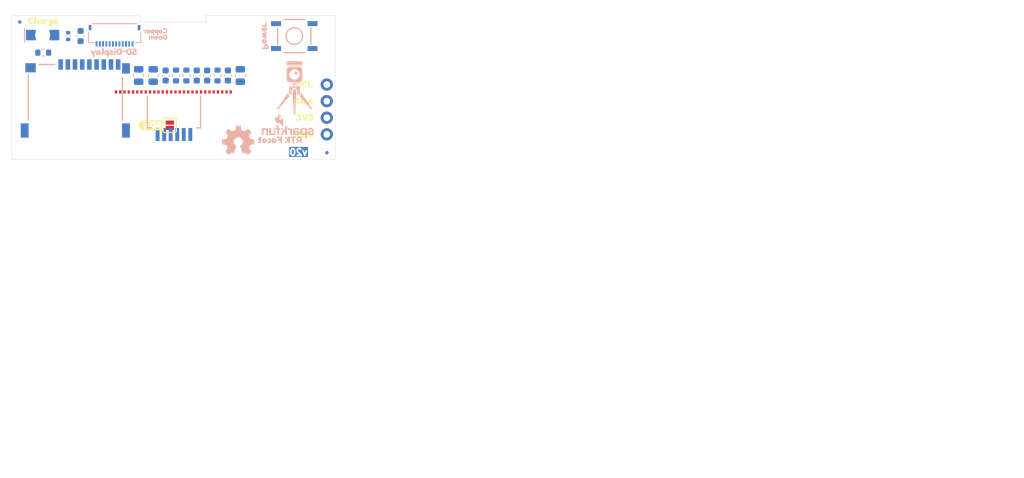
<source format=kicad_pcb>
(kicad_pcb (version 20240108) (generator "pcbnew") (generator_version "8.0")
  (layers (0 "F.Cu" signal) (31 "B.Cu" signal) (34 "B.Paste" user) (35 "F.Paste" user) (36 "B.SilkS" user "B.Silkscreen") (37 "F.SilkS" user "F.Silkscreen") (38 "B.Mask" user) (39 "F.Mask" user) (44 "Edge.Cuts" user))
  (net 0 "")
  (net 1 "GND")
  (net 5 "3.3V")
  (net 7 "VUSB")
  (net 8 "RESET")
  (net 9 "CHARGE_LED")
  (net 10 "POWER_BTN")
  (net 11 "SD_SCK")
  (net 12 "SD_COPI")
  (net 13 "SD_~{CS}")
  (net 14 "SD_CIPO")
  (net 15 "ESP_21{slash}SDA")
  (net 16 "ESP_22{slash}SCL")
  (net 17 "D{slash}C")
  (net 18 "Net-(D1-A)")
  (net 22 "Net-(U1-VCC)")
  (net 23 "Net-(U1-C1P)")
  (net 24 "Net-(U1-C1N)")
  (net 25 "Net-(U1-C2P)")
  (net 26 "Net-(U1-C2N)")
  (net 27 "Net-(U1-VCOMH)")
  (net 28 "Net-(U1-IREF)")
  (footprint "kibuzzard-66E8FA52" (layer "F.Cu") (at 128.5875 94.9325)
    (property "Reference" "kibuzzard-66E8FA52" (hide yes))
    (property "Value" "G***" (hide yes))
  )
  (footprint "kibuzzard-66E8FB47" (layer "F.Cu") (at 145.0975 110.8075)
    (property "Reference" "kibuzzard-66E8FB47" (hide yes))
    (property "Value" "G***" (hide yes))
  )
  (footprint "kibuzzard-66E8FA75" (layer "F.Cu") (at 168.616792 107.075552)
    (property "Reference" "kibuzzard-66E8FA75" (hide yes))
    (property "Value" "G***" (hide yes))
  )
  (footprint "SparkFun-Aesthetic:Creative_Commons_License" (layer "F.Cu") (at 231.775 163.195)
    (property "Reference" "G2" (hide yes))
    (property "Value" "OSHW_Logo" (hide yes))
  )
  (footprint "kibuzzard-66E8FA7A" (layer "F.Cu") (at 168.616792 104.535552)
    (property "Reference" "kibuzzard-66E8FA7A" (hide yes))
    (property "Value" "G***" (hide yes))
  )
  (footprint "SparkFun-Jumper:Jumper_2_NO" (layer "F.Cu") (at 147.955 110.8075 90)
    (property "Reference" "JP3")
    (property "Value" "~")
    (pad "1" smd rect (at -0.4064 0 90) (size 0.635 1.27) (layers "F.Cu" "F.Mask") (net 1 "GND"))
    (pad "2" smd rect (at 0.4064 0 90) (size 0.635 1.27) (layers "F.Cu" "F.Mask") (net 17 "D{slash}C"))
  )
  (footprint "SparkFun-Display:OLED_0.66-SMD" (layer "F.Cu") (at 148.5011 106.3036)
    (property "Reference" "U1")
    (property "Value" "OLED_0.66\"")
    (pad "" np_thru_hole circle (at -8.375 3.4) (size 0.8 0.8) (drill 0.8) (layers "*.Cu" "*.Mask"))
    (pad "" np_thru_hole circle (at 8.375 3.4) (size 0.8 0.8) (drill 0.8) (layers "*.Cu" "*.Mask"))
    (pad "1" smd rect (at -8.775 -0.6) (size 0.35 0.5) (layers "F.Cu" "F.Paste" "F.Mask") (net 1 "GND"))
    (pad "2" smd rect (at -8.125 -0.6) (size 0.35 0.5) (layers "F.Cu" "F.Paste" "F.Mask") (net 25 "Net-(U1-C2P)"))
    (pad "3" smd rect (at -7.475 -0.6) (size 0.35 0.5) (layers "F.Cu" "F.Paste" "F.Mask") (net 26 "Net-(U1-C2N)"))
    (pad "4" smd rect (at -6.825 -0.6) (size 0.35 0.5) (layers "F.Cu" "F.Paste" "F.Mask") (net 23 "Net-(U1-C1P)"))
    (pad "5" smd rect (at -6.175 -0.6) (size 0.35 0.5) (layers "F.Cu" "F.Paste" "F.Mask") (net 24 "Net-(U1-C1N)"))
    (pad "6" smd rect (at -5.525 -0.6) (size 0.35 0.5) (layers "F.Cu" "F.Paste" "F.Mask") (net 5 "3.3V"))
    (pad "7" smd rect (at -4.875 -0.6) (size 0.35 0.5) (layers "F.Cu" "F.Paste" "F.Mask") (net 1 "GND"))
    (pad "8" smd rect (at -4.225 -0.6) (size 0.35 0.5) (layers "F.Cu" "F.Paste" "F.Mask") (net 5 "3.3V"))
    (pad "9" smd rect (at -3.575 -0.6) (size 0.35 0.5) (layers "F.Cu" "F.Paste" "F.Mask") (net 5 "3.3V"))
    (pad "10" smd rect (at -2.925 -0.6) (size 0.35 0.5) (layers "F.Cu" "F.Paste" "F.Mask") (net 1 "GND"))
    (pad "11" smd rect (at -2.275 -0.6) (size 0.35 0.5) (layers "F.Cu" "F.Paste" "F.Mask"))
    (pad "12" smd rect (at -1.625 -0.6) (size 0.35 0.5) (layers "F.Cu" "F.Paste" "F.Mask"))
    (pad "13" smd rect (at -0.975 -0.6) (size 0.35 0.5) (layers "F.Cu" "F.Paste" "F.Mask"))
    (pad "14" smd rect (at -0.325 -0.6) (size 0.35 0.5) (layers "F.Cu" "F.Paste" "F.Mask"))
    (pad "15" smd rect (at 0.325 -0.6) (size 0.35 0.5) (layers "F.Cu" "F.Paste" "F.Mask"))
    (pad "16" smd rect (at 0.975 -0.6) (size 0.35 0.5) (layers "F.Cu" "F.Paste" "F.Mask") (net 16 "ESP_22{slash}SCL"))
    (pad "17" smd rect (at 1.625 -0.6) (size 0.35 0.5) (layers "F.Cu" "F.Paste" "F.Mask") (net 15 "ESP_21{slash}SDA"))
    (pad "18" smd rect (at 2.275 -0.6) (size 0.35 0.5) (layers "F.Cu" "F.Paste" "F.Mask") (net 15 "ESP_21{slash}SDA"))
    (pad "19" smd rect (at 2.925 -0.6) (size 0.35 0.5) (layers "F.Cu" "F.Paste" "F.Mask"))
    (pad "20" smd rect (at 3.575 -0.6) (size 0.35 0.5) (layers "F.Cu" "F.Paste" "F.Mask"))
    (pad "21" smd rect (at 4.225 -0.6) (size 0.35 0.5) (layers "F.Cu" "F.Paste" "F.Mask"))
    (pad "22" smd rect (at 4.875 -0.6) (size 0.35 0.5) (layers "F.Cu" "F.Paste" "F.Mask"))
    (pad "23" smd rect (at 5.525 -0.6) (size 0.35 0.5) (layers "F.Cu" "F.Paste" "F.Mask"))
    (pad "24" smd rect (at 6.175 -0.6) (size 0.35 0.5) (layers "F.Cu" "F.Paste" "F.Mask") (net 28 "Net-(U1-IREF)"))
    (pad "25" smd rect (at 6.825 -0.6) (size 0.35 0.5) (layers "F.Cu" "F.Paste" "F.Mask") (net 27 "Net-(U1-VCOMH)"))
    (pad "26" smd rect (at 7.475 -0.6) (size 0.35 0.5) (layers "F.Cu" "F.Paste" "F.Mask") (net 22 "Net-(U1-VCC)"))
    (pad "27" smd rect (at 8.125 -0.6) (size 0.35 0.5) (layers "F.Cu" "F.Paste" "F.Mask") (net 1 "GND"))
    (pad "28" smd rect (at 8.775 -0.6) (size 0.35 0.5) (layers "F.Cu" "F.Paste" "F.Mask") (net 1 "GND"))
  )
  (footprint "kibuzzard-66E8FA6A" (layer "F.Cu") (at 168.616792 112.155552)
    (property "Reference" "kibuzzard-66E8FA6A" (hide yes))
    (property "Value" "G***" (hide yes))
  )
  (footprint "kibuzzard-66E8FA6F" (layer "F.Cu") (at 168.616792 109.615552)
    (property "Reference" "kibuzzard-66E8FA6F" (hide yes))
    (property "Value" "G***" (hide yes))
  )
  (footprint "SparkFun-Aesthetic:Fiducial_0.5mm_Mask1mm" (layer "F.Cu") (at 172.0011 115.0036)
    (property "Reference" "FID1")
    (property "Value" "Fiducial_0.5mm")
    (pad "" smd circle (at 0 0) (size 0.5 0.5) (layers "F.Cu" "F.Mask") (clearance 0.25))
  )
  (footprint "SparkFun-Aesthetic:Fiducial_0.5mm_Mask1mm" (layer "F.Cu") (at 125.0011 95.0036)
    (property "Reference" "FID2")
    (property "Value" "Fiducial_0.5mm")
    (pad "" smd circle (at 0 0) (size 0.5 0.5) (layers "F.Cu" "F.Mask") (clearance 0.25))
  )
  (footprint "SparkFun-Aesthetic:Fiducial_0.5mm_Mask1mm" (layer "B.Cu") (at 125.0011 95.0036 180)
    (property "Reference" "FID3")
    (property "Value" "Fiducial_0.5mm")
    (pad "" smd circle (at 0 0 180) (size 0.5 0.5) (layers "B.Cu" "B.Mask") (clearance 0.25))
  )
  (footprint "kibuzzard-66E8FA21" (layer "B.Cu") (at 162.56 97.155 90)
    (property "Reference" "kibuzzard-66E8FA21" (hide yes))
    (property "Value" "G***" (hide yes))
  )
  (footprint "SparkFun-Resistor:R_0603_1608Metric" (layer "B.Cu") (at 155.2575 103.1875 90)
    (property "Reference" "R1")
    (property "Value" "390k")
    (pad "1" smd roundrect (at -0.825 0 90) (size 0.8 0.95) (layers "B.Cu" "B.Paste" "B.Mask") (net 28 "Net-(U1-IREF)"))
    (pad "2" smd roundrect (at 0.825 0 90) (size 0.8 0.95) (layers "B.Cu" "B.Paste" "B.Mask") (net 1 "GND"))
  )
  (footprint "SparkFun-Connector:1x04" (layer "B.Cu") (at 171.9811 112.1936 90)
    (property "Reference" "J3")
    (property "Value" "I2C")
    (pad "1" thru_hole circle (at 0 0) (size 1.8796 1.8796) (drill 1.016) (layers "*.Cu" "*.Mask") (net 1 "GND"))
    (pad "2" thru_hole circle (at 2.54 0) (size 1.8796 1.8796) (drill 1.016) (layers "*.Cu" "*.Mask") (net 5 "3.3V"))
    (pad "3" thru_hole circle (at 5.08 0) (size 1.8796 1.8796) (drill 1.016) (layers "*.Cu" "*.Mask") (net 15 "ESP_21{slash}SDA"))
    (pad "4" thru_hole circle (at 7.62 0) (size 1.8796 1.8796) (drill 1.016) (layers "*.Cu" "*.Mask") (net 16 "ESP_22{slash}SCL"))
  )
  (footprint "SparkFun-Connector:FPC_1.0mm-6_LIF" (layer "B.Cu") (at 148.59 109.22)
    (property "Reference" "J4")
    (property "Value" "Conn_01x06_FPC_1.0mm")
    (pad "1" smd rect (at -2.5 3 270) (size 2 0.6) (layers "B.Cu" "B.Paste" "B.Mask") (net 7 "VUSB"))
    (pad "2" smd rect (at -1.5 3 270) (size 2 0.6) (layers "B.Cu" "B.Paste" "B.Mask") (net 9 "CHARGE_LED"))
    (pad "3" smd rect (at -0.5 3 270) (size 2 0.6) (layers "B.Cu" "B.Paste" "B.Mask"))
    (pad "4" smd rect (at 0.5 3 270) (size 2 0.6) (layers "B.Cu" "B.Paste" "B.Mask"))
    (pad "5" smd rect (at 1.5 3 270) (size 2 0.6) (layers "B.Cu" "B.Paste" "B.Mask") (net 10 "POWER_BTN"))
    (pad "6" smd rect (at 2.5 3 270) (size 2 0.6) (layers "B.Cu" "B.Paste" "B.Mask") (net 1 "GND"))
  )
  (footprint "SparkFun-Capacitor:C_0603_1608Metric" (layer "B.Cu") (at 152.0825 103.1875 90)
    (property "Reference" "C7")
    (property "Value" "1.0uF")
    (pad "1" smd roundrect (at -0.775 0 90) (size 0.9 0.95) (layers "B.Cu" "B.Paste" "B.Mask") (net 8 "RESET"))
    (pad "2" smd roundrect (at 0.775 0 90) (size 0.9 0.95) (layers "B.Cu" "B.Paste" "B.Mask") (net 1 "GND"))
  )
  (footprint "SparkFun-Aesthetic:Fiducial_0.5mm_Mask1mm" (layer "B.Cu") (at 172.0011 115.0036 180)
    (property "Reference" "FID4")
    (property "Value" "Fiducial_0.5mm")
    (pad "" smd circle (at 0 0 180) (size 0.5 0.5) (layers "B.Cu" "B.Mask") (clearance 0.25))
  )
  (footprint "SparkFun-Aesthetic:SparkFun_RTK_20mm" (layer "B.Cu") (at 167.005 106.045 180)
    (property "Reference" "Ref**" (hide yes))
    (property "Value" "Val**" (hide yes))
  )
  (footprint "SparkFun-Capacitor:C_0603_1608Metric" (layer "B.Cu") (at 134.3025 97.155 90)
    (property "Reference" "C16")
    (property "Value" "0.1uF")
    (pad "1" smd roundrect (at -0.775 0 90) (size 0.9 0.95) (layers "B.Cu" "B.Paste" "B.Mask") (net 5 "3.3V"))
    (pad "2" smd roundrect (at 0.775 0 90) (size 0.9 0.95) (layers "B.Cu" "B.Paste" "B.Mask") (net 1 "GND"))
  )
  (footprint "SparkFun-Connector:FPC_0.5mm-12" (layer "B.Cu") (at 139.5011 97.0036)
    (property "Reference" "J1")
    (property "Value" "Conn_01x12_FPC_0.5mm")
    (pad "1" smd rect (at -2.75 1.35) (size 0.3 0.8) (layers "B.Cu" "B.Paste" "B.Mask") (net 1 "GND"))
    (pad "2" smd rect (at -2.25 1.35) (size 0.3 0.8) (layers "B.Cu" "B.Paste" "B.Mask") (net 10 "POWER_BTN"))
    (pad "3" smd rect (at -1.75 1.35) (size 0.3 0.8) (layers "B.Cu" "B.Paste" "B.Mask") (net 5 "3.3V"))
    (pad "4" smd rect (at -1.25 1.35) (size 0.3 0.8) (layers "B.Cu" "B.Paste" "B.Mask") (net 5 "3.3V"))
    (pad "5" smd rect (at -0.75 1.35) (size 0.3 0.8) (layers "B.Cu" "B.Paste" "B.Mask") (net 13 "SD_~{CS}"))
    (pad "6" smd rect (at -0.25 1.35) (size 0.3 0.8) (layers "B.Cu" "B.Paste" "B.Mask") (net 12 "SD_COPI"))
    (pad "7" smd rect (at 0.25 1.35) (size 0.3 0.8) (layers "B.Cu" "B.Paste" "B.Mask") (net 11 "SD_SCK"))
    (pad "8" smd rect (at 0.75 1.35) (size 0.3 0.8) (layers "B.Cu" "B.Paste" "B.Mask") (net 14 "SD_CIPO"))
    (pad "9" smd rect (at 1.25 1.35) (size 0.3 0.8) (layers "B.Cu" "B.Paste" "B.Mask"))
    (pad "10" smd rect (at 1.75 1.35) (size 0.3 0.8) (layers "B.Cu" "B.Paste" "B.Mask"))
    (pad "11" smd rect (at 2.25 1.35) (size 0.3 0.8) (layers "B.Cu" "B.Paste" "B.Mask") (net 9 "CHARGE_LED"))
    (pad "12" smd rect (at 2.75 1.35) (size 0.3 0.8) (layers "B.Cu" "B.Paste" "B.Mask") (net 7 "VUSB"))
    (pad "MP1" smd rect (at -3.75 -1.15) (size 0.4 0.8) (layers "B.Cu" "B.Paste" "B.Mask"))
    (pad "MP2" smd rect (at 3.75 -1.15) (size 0.4 0.8) (layers "B.Cu" "B.Paste" "B.Mask"))
  )
  (footprint "SparkFun-Resistor:R_0402_1005Metric" (layer "B.Cu") (at 132.3975 97.155 90)
    (property "Reference" "R5")
    (property "Value" "1k")
    (pad "1" smd roundrect (at -0.51 0 90) (size 0.54 0.64) (layers "B.Cu" "B.Paste" "B.Mask") (net 7 "VUSB"))
    (pad "2" smd roundrect (at 0.51 0 90) (size 0.54 0.64) (layers "B.Cu" "B.Paste" "B.Mask") (net 18 "Net-(D1-A)"))
  )
  (footprint "SparkFun-Connector:microSD_External_Pin" (layer "B.Cu") (at 133.5011 112.0036 180)
    (property "Reference" "J2")
    (property "Value" "microSD")
    (pad "" np_thru_hole circle (at -4.95 0 180) (size 1 1) (drill 1) (layers "*.Cu" "*.Mask"))
    (pad "" np_thru_hole circle (at 3.05 0 180) (size 1 1) (drill 1) (layers "*.Cu" "*.Mask"))
    (pad "1" smd rect (at 2.25 10.5 90) (size 1.6 0.7) (layers "B.Cu" "B.Paste" "B.Mask"))
    (pad "2" smd rect (at 1.15 10.5 90) (size 1.6 0.7) (layers "B.Cu" "B.Paste" "B.Mask") (net 13 "SD_~{CS}"))
    (pad "3" smd rect (at 0.05 10.5 90) (size 1.6 0.7) (layers "B.Cu" "B.Paste" "B.Mask") (net 12 "SD_COPI"))
    (pad "4" smd rect (at -1.05 10.5 90) (size 1.6 0.7) (layers "B.Cu" "B.Paste" "B.Mask") (net 5 "3.3V"))
    (pad "5" smd rect (at -2.15 10.5 90) (size 1.6 0.7) (layers "B.Cu" "B.Paste" "B.Mask") (net 11 "SD_SCK"))
    (pad "6" smd rect (at -3.25 10.5 90) (size 1.6 0.7) (layers "B.Cu" "B.Paste" "B.Mask") (net 1 "GND"))
    (pad "7" smd rect (at -4.35 10.5 90) (size 1.6 0.7) (layers "B.Cu" "B.Paste" "B.Mask") (net 14 "SD_CIPO"))
    (pad "8" smd rect (at -5.45 10.5 90) (size 1.6 0.7) (layers "B.Cu" "B.Paste" "B.Mask"))
    (pad "9" smd rect (at -6.55 10.5 90) (size 1.6 0.7) (layers "B.Cu" "B.Paste" "B.Mask"))
    (pad "10" smd rect (at -7.75 9.9 180) (size 1.2 1.6) (layers "B.Cu" "B.Paste" "B.Mask") (net 1 "GND"))
    (pad "11" smd rect (at -7.75 0.4 180) (size 1.2 2.2) (layers "B.Cu" "B.Paste" "B.Mask"))
    (pad "12" smd rect (at 7.75 0.4 180) (size 1.2 2.2) (layers "B.Cu" "B.Paste" "B.Mask"))
    (pad "13" smd rect (at 6.85 10 180) (size 1.6 1.4) (layers "B.Cu" "B.Paste" "B.Mask"))
  )
  (footprint "SparkFun-Switch:Push_SMD_5.2x5.2mm_h2.5mm" (layer "B.Cu") (at 167.005 97.155)
    (property "Reference" "SW1")
    (property "Value" "SMD_5.2x5.2mm_h2.5mm")
    (pad "1" smd rect (at -2.794 1.905 270) (size 0.762 1.524) (layers "B.Cu" "B.Paste" "B.Mask") (net 1 "GND"))
    (pad "1" smd rect (at 2.794 1.905 270) (size 0.762 1.524) (layers "B.Cu" "B.Paste" "B.Mask") (net 1 "GND"))
    (pad "2" smd rect (at -2.794 -1.905 270) (size 0.762 1.524) (layers "B.Cu" "B.Paste" "B.Mask") (net 10 "POWER_BTN"))
    (pad "2" smd rect (at 2.794 -1.905 270) (size 0.762 1.524) (layers "B.Cu" "B.Paste" "B.Mask") (net 10 "POWER_BTN"))
  )
  (footprint "SparkFun-Capacitor:C_0805_2012Metric" (layer "B.Cu") (at 158.75 103.1875 -90)
    (property "Reference" "C1")
    (property "Value" "2.2uF")
    (pad "1" smd roundrect (at -0.95 0 270) (size 1 1.45) (layers "B.Cu" "B.Paste" "B.Mask") (net 22 "Net-(U1-VCC)"))
    (pad "2" smd roundrect (at 0.95 0 270) (size 1 1.45) (layers "B.Cu" "B.Paste" "B.Mask") (net 1 "GND"))
  )
  (footprint "kibuzzard-66E8FBC7" (layer "B.Cu") (at 145.7325 96.8375 180)
    (property "Reference" "kibuzzard-66E8FBC7" (hide yes))
    (property "Value" "G***" (hide yes))
  )
  (footprint "kibuzzard-66E8FA3C" (layer "B.Cu") (at 139.3825 99.695 180)
    (property "Reference" "kibuzzard-66E8FA3C" (hide yes))
    (property "Value" "G***" (hide yes))
  )
  (footprint "SparkFun-Resistor:R_0603_1608Metric" (layer "B.Cu") (at 150.495 103.1875 -90)
    (property "Reference" "R2")
    (property "Value" "10k")
    (pad "1" smd roundrect (at -0.825 0 270) (size 0.8 0.95) (layers "B.Cu" "B.Paste" "B.Mask") (net 8 "RESET"))
    (pad "2" smd roundrect (at 0.825 0 270) (size 0.8 0.95) (layers "B.Cu" "B.Paste" "B.Mask") (net 5 "3.3V"))
  )
  (footprint "SparkFun-Capacitor:C_0603_1608Metric" (layer "B.Cu") (at 153.67 103.1875 -90)
    (property "Reference" "C4")
    (property "Value" "1.0uF")
    (pad "1" smd roundrect (at -0.775 0 270) (size 0.9 0.95) (layers "B.Cu" "B.Paste" "B.Mask") (net 5 "3.3V"))
    (pad "2" smd roundrect (at 0.775 0 270) (size 0.9 0.95) (layers "B.Cu" "B.Paste" "B.Mask") (net 1 "GND"))
  )
  (footprint "SparkFun-Capacitor:C_0603_1608Metric" (layer "B.Cu") (at 147.32 103.1875 90)
    (property "Reference" "C6")
    (property "Value" "1.0uF")
    (pad "1" smd roundrect (at -0.775 0 90) (size 0.9 0.95) (layers "B.Cu" "B.Paste" "B.Mask") (net 5 "3.3V"))
    (pad "2" smd roundrect (at 0.775 0 90) (size 0.9 0.95) (layers "B.Cu" "B.Paste" "B.Mask") (net 1 "GND"))
  )
  (footprint "SparkFun-Capacitor:C_0805_2012Metric" (layer "B.Cu") (at 145.415 103.1875 -90)
    (property "Reference" "C2")
    (property "Value" "1.0uF")
    (pad "1" smd roundrect (at -0.95 0 270) (size 1 1.45) (layers "B.Cu" "B.Paste" "B.Mask") (net 23 "Net-(U1-C1P)"))
    (pad "2" smd roundrect (at 0.95 0 270) (size 1 1.45) (layers "B.Cu" "B.Paste" "B.Mask") (net 24 "Net-(U1-C1N)"))
  )
  (footprint "SparkFun-Aesthetic:SparkFun_Logo_8mm" (layer "B.Cu") (at 166.0525 111.76 180)
    (property "Reference" "G***" (hide yes))
    (property "Value" "LOGO" (hide yes))
  )
  (footprint "SparkFun-LED:LED_1206_Bottom_Green" (layer "B.Cu") (at 128.5011 97.0036 180)
    (property "Reference" "D1")
    (property "Value" "Green")
    (pad "" np_thru_hole circle (at 0 0 180) (size 2.3 2.3) (drill 2.3) (layers "*.Cu" "*.Mask"))
    (pad "1" smd rect (at 1.8 0 180) (size 1.5 1.6) (layers "B.Cu" "B.Paste" "B.Mask") (net 9 "CHARGE_LED"))
    (pad "2" smd rect (at -1.8 0 180) (size 1.5 1.6) (layers "B.Cu" "B.Paste" "B.Mask") (net 18 "Net-(D1-A)"))
  )
  (footprint "SparkFun-Capacitor:C_0603_1608Metric" (layer "B.Cu") (at 156.845 103.1875 -90)
    (property "Reference" "C5")
    (property "Value" "4.7uF")
    (pad "1" smd roundrect (at -0.775 0 270) (size 0.9 0.95) (layers "B.Cu" "B.Paste" "B.Mask") (net 27 "Net-(U1-VCOMH)"))
    (pad "2" smd roundrect (at 0.775 0 270) (size 0.9 0.95) (layers "B.Cu" "B.Paste" "B.Mask") (net 1 "GND"))
  )
  (footprint "SparkFun-Resistor:R_0603_1608Metric" (layer "B.Cu") (at 128.5875 99.695 180)
    (property "Reference" "R4")
    (property "Value" "10k")
    (pad "1" smd roundrect (at -0.825 0 180) (size 0.8 0.95) (layers "B.Cu" "B.Paste" "B.Mask") (net 5 "3.3V"))
    (pad "2" smd roundrect (at 0.825 0 180) (size 0.8 0.95) (layers "B.Cu" "B.Paste" "B.Mask") (net 13 "SD_~{CS}"))
  )
  (footprint "SparkFun-Aesthetic:OSHW_Logo_5mm" (layer "B.Cu") (at 158.4325 113.3475 180)
    (property "Reference" "Ref**" (hide yes))
    (property "Value" "Val**" (hide yes))
  )
  (footprint "kibuzzard-66E8FB1B" (layer "B.Cu") (at 164.7825 113.03 180)
    (property "Reference" "kibuzzard-66E8FB1B" (hide yes))
    (property "Value" "G***" (hide yes))
  )
  (footprint "SparkFun-Resistor:R_0603_1608Metric" (layer "B.Cu") (at 148.9075 103.1875 90)
    (property "Reference" "R3")
    (property "Value" "10k")
    (pad "1" smd roundrect (at -0.825 0 90) (size 0.8 0.95) (layers "B.Cu" "B.Paste" "B.Mask") (net 5 "3.3V"))
    (pad "2" smd roundrect (at 0.825 0 90) (size 0.8 0.95) (layers "B.Cu" "B.Paste" "B.Mask") (net 17 "D{slash}C"))
  )
  (footprint "SparkFun-Capacitor:C_0805_2012Metric" (layer "B.Cu") (at 143.1925 103.1875 -90)
    (property "Reference" "C3")
    (property "Value" "1.0uF")
    (pad "1" smd roundrect (at -0.95 0 270) (size 1 1.45) (layers "B.Cu" "B.Paste" "B.Mask") (net 25 "Net-(U1-C2P)"))
    (pad "2" smd roundrect (at 0.95 0 270) (size 1 1.45) (layers "B.Cu" "B.Paste" "B.Mask") (net 26 "Net-(U1-C2N)"))
  )
  (gr_line (start 153.5011 94.0036) (end 173.2511 94.0036) (stroke (width 0.05)) (layer "Edge.Cuts"))
  (gr_line (start 123.7511 94.0036) (end 123.7511 116.0036) (stroke (width 0.05)) (layer "Edge.Cuts"))
  (gr_line (start 143.5011 94.0036) (end 123.7511 94.0036) (stroke (width 0.05)) (layer "Edge.Cuts"))
  (gr_line (start 143.5011 95.0036) (end 143.5011 94.0036) (stroke (width 0.05)) (layer "Edge.Cuts"))
  (gr_line (start 173.2511 116.0036) (end 173.2511 94.0036) (stroke (width 0.05)) (layer "Edge.Cuts"))
  (gr_line (start 123.7511 116.0036) (end 173.2511 116.0036) (stroke (width 0.05)) (layer "Edge.Cuts"))
  (gr_line (start 143.5011 95.0036) (end 153.5011 95.0036) (stroke (width 0.05)) (layer "Edge.Cuts"))
  (gr_line (start 153.5011 95.0036) (end 153.5011 94.0036) (stroke (width 0.05)) (layer "Edge.Cuts"))
  (gr_text "v20" (at 167.64 114.935 0) (layer "B.Cu" knockout) (effects (font (size 1.016 1.016) (thickness 0.254) (bold yes)) (justify mirror)))
)
</source>
